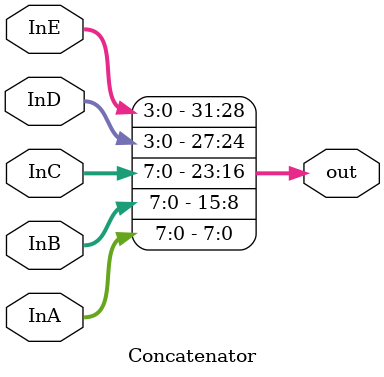
<source format=v>
module Concatenator(InA, InB, InC, InD, InE, out);
  input [7:0] InA, InB, InC;
  input [3:0] InD, InE;
  output [31:0] out;
  
  assign out = {InE, InD, InC, InB, InA};
  
endmodule
</source>
